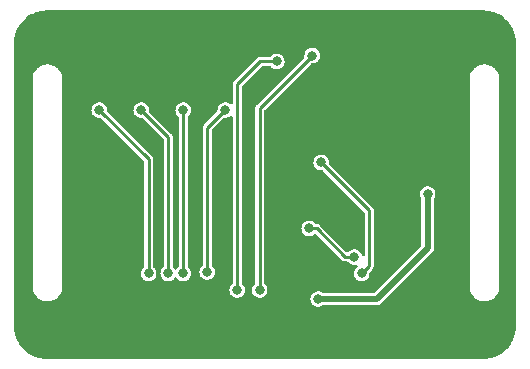
<source format=gbr>
%TF.GenerationSoftware,KiCad,Pcbnew,6.0.2-378541a8eb~116~ubuntu20.04.1*%
%TF.CreationDate,2022-03-15T11:55:05+02:00*%
%TF.ProjectId,ActionPCB,41637469-6f6e-4504-9342-2e6b69636164,rev?*%
%TF.SameCoordinates,Original*%
%TF.FileFunction,Copper,L2,Bot*%
%TF.FilePolarity,Positive*%
%FSLAX46Y46*%
G04 Gerber Fmt 4.6, Leading zero omitted, Abs format (unit mm)*
G04 Created by KiCad (PCBNEW 6.0.2-378541a8eb~116~ubuntu20.04.1) date 2022-03-15 11:55:05*
%MOMM*%
%LPD*%
G01*
G04 APERTURE LIST*
%TA.AperFunction,ViaPad*%
%ADD10C,0.800000*%
%TD*%
%TA.AperFunction,Conductor*%
%ADD11C,0.550000*%
%TD*%
%TA.AperFunction,Conductor*%
%ADD12C,0.250000*%
%TD*%
G04 APERTURE END LIST*
D10*
%TO.N,GND*%
X132000000Y-48000000D03*
X131500000Y-39500000D03*
X132000000Y-47000000D03*
%TO.N,+3V3*%
X127510000Y-58607000D03*
X136781000Y-49717000D03*
%TO.N,/AD0*%
X130558000Y-55051000D03*
X126748000Y-52638000D03*
%TO.N,Net-(JP1-Pad2)*%
X131193000Y-56448000D03*
X127764000Y-47050000D03*
%TO.N,/CH1*%
X118112000Y-56321000D03*
X119636000Y-42605000D03*
%TO.N,/CH2*%
X116080000Y-56448000D03*
X116080000Y-42605000D03*
%TO.N,/CH3*%
X114810000Y-56448000D03*
X112524000Y-42605000D03*
%TO.N,/CH4*%
X108968000Y-42605000D03*
X113159000Y-56448000D03*
%TO.N,/SCL*%
X122557000Y-57845000D03*
X127000000Y-38000000D03*
%TO.N,/SDA*%
X124000000Y-38500000D03*
X120652000Y-57845000D03*
%TD*%
D11*
%TO.N,+3V3*%
X136781000Y-54289000D02*
X132463000Y-58607000D01*
X132463000Y-58607000D02*
X127510000Y-58607000D01*
X136781000Y-49717000D02*
X136781000Y-54289000D01*
D12*
%TO.N,/AD0*%
X129796000Y-55051000D02*
X130558000Y-55051000D01*
X126748000Y-52638000D02*
X127383000Y-52638000D01*
X127383000Y-52638000D02*
X129796000Y-55051000D01*
%TO.N,Net-(JP1-Pad2)*%
X131828000Y-51114000D02*
X131828000Y-55813000D01*
X131828000Y-55813000D02*
X131193000Y-56448000D01*
X127764000Y-47050000D02*
X131828000Y-51114000D01*
%TO.N,/CH1*%
X118112000Y-44129000D02*
X118112000Y-56321000D01*
X119636000Y-42605000D02*
X118112000Y-44129000D01*
%TO.N,/CH2*%
X116080000Y-42605000D02*
X116080000Y-56448000D01*
%TO.N,/CH3*%
X114810000Y-44891000D02*
X114810000Y-56448000D01*
X112524000Y-42605000D02*
X114810000Y-44891000D01*
%TO.N,/CH4*%
X108968000Y-42605000D02*
X113159000Y-46796000D01*
X113159000Y-46796000D02*
X113159000Y-56448000D01*
%TO.N,/SCL*%
X127000000Y-38035000D02*
X122557000Y-42478000D01*
X122557000Y-42478000D02*
X122557000Y-57845000D01*
X127000000Y-38000000D02*
X127000000Y-38035000D01*
%TO.N,/SDA*%
X124000000Y-38500000D02*
X122598000Y-38500000D01*
X120652000Y-40446000D02*
X120652000Y-57845000D01*
X122598000Y-38500000D02*
X120652000Y-40446000D01*
%TD*%
%TA.AperFunction,Conductor*%
%TO.N,GND*%
G36*
X141497153Y-34176421D02*
G01*
X141510000Y-34178976D01*
X141522170Y-34176556D01*
X141534581Y-34176556D01*
X141534581Y-34176757D01*
X141545469Y-34175992D01*
X141810393Y-34190870D01*
X141824425Y-34192450D01*
X141969248Y-34217057D01*
X142114066Y-34241663D01*
X142127841Y-34244807D01*
X142214600Y-34269802D01*
X142410156Y-34326141D01*
X142423477Y-34330802D01*
X142694912Y-34443234D01*
X142707635Y-34449361D01*
X142796523Y-34498488D01*
X142964768Y-34591474D01*
X142976731Y-34598991D01*
X143216329Y-34768994D01*
X143227377Y-34777804D01*
X143446439Y-34973570D01*
X143456430Y-34983561D01*
X143652196Y-35202623D01*
X143661006Y-35213671D01*
X143831009Y-35453269D01*
X143838526Y-35465232D01*
X143980637Y-35722361D01*
X143986766Y-35735088D01*
X144099198Y-36006523D01*
X144103859Y-36019844D01*
X144160198Y-36215400D01*
X144185193Y-36302159D01*
X144188337Y-36315934D01*
X144237549Y-36605570D01*
X144239131Y-36619611D01*
X144254008Y-36884528D01*
X144253243Y-36895419D01*
X144253444Y-36895419D01*
X144253444Y-36907830D01*
X144251024Y-36920000D01*
X144253579Y-36932844D01*
X144256000Y-36957425D01*
X144256000Y-60882575D01*
X144253579Y-60907153D01*
X144251024Y-60920000D01*
X144253444Y-60932170D01*
X144253444Y-60944581D01*
X144253243Y-60944581D01*
X144254008Y-60955472D01*
X144239131Y-61220389D01*
X144237549Y-61234430D01*
X144188337Y-61524066D01*
X144185193Y-61537841D01*
X144103859Y-61820156D01*
X144099198Y-61833477D01*
X143986768Y-62104908D01*
X143980637Y-62117639D01*
X143838526Y-62374768D01*
X143831009Y-62386731D01*
X143661006Y-62626329D01*
X143652196Y-62637377D01*
X143456430Y-62856439D01*
X143446439Y-62866430D01*
X143227377Y-63062196D01*
X143216329Y-63071006D01*
X142976731Y-63241009D01*
X142964768Y-63248526D01*
X142707635Y-63390639D01*
X142694912Y-63396766D01*
X142423477Y-63509198D01*
X142410156Y-63513859D01*
X142214600Y-63570198D01*
X142127841Y-63595193D01*
X142114066Y-63598337D01*
X141969248Y-63622943D01*
X141824425Y-63647550D01*
X141810393Y-63649130D01*
X141545469Y-63664008D01*
X141534581Y-63663243D01*
X141534581Y-63663444D01*
X141522170Y-63663444D01*
X141510000Y-63661024D01*
X141497153Y-63663579D01*
X141472575Y-63666000D01*
X104547425Y-63666000D01*
X104522847Y-63663579D01*
X104510000Y-63661024D01*
X104497830Y-63663444D01*
X104485419Y-63663444D01*
X104485419Y-63663243D01*
X104474531Y-63664008D01*
X104209607Y-63649130D01*
X104195575Y-63647550D01*
X104050752Y-63622943D01*
X103905934Y-63598337D01*
X103892159Y-63595193D01*
X103805400Y-63570198D01*
X103609844Y-63513859D01*
X103596523Y-63509198D01*
X103325088Y-63396766D01*
X103312365Y-63390639D01*
X103055232Y-63248526D01*
X103043269Y-63241009D01*
X102803671Y-63071006D01*
X102792623Y-63062196D01*
X102573561Y-62866430D01*
X102563570Y-62856439D01*
X102367804Y-62637377D01*
X102358994Y-62626329D01*
X102188991Y-62386731D01*
X102181474Y-62374768D01*
X102039363Y-62117639D01*
X102033232Y-62104908D01*
X101920802Y-61833477D01*
X101916141Y-61820156D01*
X101834807Y-61537841D01*
X101831663Y-61524066D01*
X101782451Y-61234430D01*
X101780869Y-61220389D01*
X101765992Y-60955472D01*
X101766757Y-60944581D01*
X101766556Y-60944581D01*
X101766556Y-60932170D01*
X101768976Y-60920000D01*
X101766421Y-60907153D01*
X101764000Y-60882575D01*
X101764000Y-57512480D01*
X103325743Y-57512480D01*
X103326813Y-57518398D01*
X103340310Y-57722181D01*
X103388899Y-57926634D01*
X103390952Y-57931483D01*
X103390954Y-57931489D01*
X103452774Y-58077500D01*
X103470833Y-58120152D01*
X103583827Y-58297337D01*
X103587361Y-58301247D01*
X103709103Y-58435957D01*
X103724730Y-58453249D01*
X103779185Y-58496279D01*
X103885473Y-58580268D01*
X103885476Y-58580270D01*
X103889613Y-58583539D01*
X103894241Y-58586076D01*
X103894240Y-58586076D01*
X104069255Y-58682041D01*
X104069259Y-58682043D01*
X104073879Y-58684576D01*
X104078857Y-58686305D01*
X104078856Y-58686305D01*
X104267416Y-58751814D01*
X104267420Y-58751815D01*
X104272388Y-58753541D01*
X104374343Y-58770747D01*
X104474407Y-58787634D01*
X104474411Y-58787634D01*
X104479606Y-58788511D01*
X104689754Y-58788511D01*
X104694949Y-58787634D01*
X104694953Y-58787634D01*
X104795017Y-58770747D01*
X104896972Y-58753541D01*
X104901940Y-58751815D01*
X104901944Y-58751814D01*
X105090504Y-58686305D01*
X105090503Y-58686305D01*
X105095481Y-58684576D01*
X105100101Y-58682043D01*
X105100105Y-58682041D01*
X105249551Y-58600096D01*
X126850729Y-58600096D01*
X126868113Y-58757553D01*
X126922553Y-58906319D01*
X126926789Y-58912622D01*
X126926789Y-58912623D01*
X126946766Y-58942351D01*
X127010908Y-59037805D01*
X127016527Y-59042918D01*
X127016528Y-59042919D01*
X127089350Y-59109181D01*
X127128076Y-59144419D01*
X127267293Y-59220008D01*
X127420522Y-59260207D01*
X127504477Y-59261526D01*
X127571319Y-59262576D01*
X127571322Y-59262576D01*
X127578916Y-59262695D01*
X127733332Y-59227329D01*
X127804093Y-59191740D01*
X127868070Y-59159564D01*
X127868073Y-59159562D01*
X127873529Y-59156818D01*
X127873532Y-59156817D01*
X127874855Y-59156151D01*
X127874971Y-59156382D01*
X127940825Y-59136500D01*
X132448493Y-59136500D01*
X132453770Y-59136611D01*
X132513299Y-59139106D01*
X132553826Y-59129600D01*
X132565500Y-59127437D01*
X132598220Y-59122955D01*
X132606732Y-59121789D01*
X132614615Y-59118377D01*
X132614617Y-59118377D01*
X132619605Y-59116218D01*
X132640872Y-59109184D01*
X132654540Y-59105978D01*
X132662063Y-59101842D01*
X132662066Y-59101841D01*
X132691018Y-59085924D01*
X132701678Y-59080702D01*
X132731994Y-59067583D01*
X132739874Y-59064173D01*
X132750780Y-59055341D01*
X132769367Y-59042852D01*
X132775883Y-59039270D01*
X132775890Y-59039265D01*
X132781669Y-59036088D01*
X132789483Y-59029344D01*
X132812904Y-59005923D01*
X132822694Y-58997107D01*
X132852618Y-58972875D01*
X132857594Y-58965873D01*
X132857596Y-58965871D01*
X132862865Y-58958457D01*
X132876476Y-58942351D01*
X134306347Y-57512480D01*
X140325743Y-57512480D01*
X140326813Y-57518398D01*
X140340310Y-57722181D01*
X140388899Y-57926634D01*
X140390952Y-57931483D01*
X140390954Y-57931489D01*
X140452774Y-58077500D01*
X140470833Y-58120152D01*
X140583827Y-58297337D01*
X140587361Y-58301247D01*
X140709103Y-58435957D01*
X140724730Y-58453249D01*
X140779185Y-58496279D01*
X140885473Y-58580268D01*
X140885476Y-58580270D01*
X140889613Y-58583539D01*
X140894241Y-58586076D01*
X140894240Y-58586076D01*
X141069255Y-58682041D01*
X141069259Y-58682043D01*
X141073879Y-58684576D01*
X141078857Y-58686305D01*
X141078856Y-58686305D01*
X141267416Y-58751814D01*
X141267420Y-58751815D01*
X141272388Y-58753541D01*
X141374343Y-58770747D01*
X141474407Y-58787634D01*
X141474411Y-58787634D01*
X141479606Y-58788511D01*
X141689754Y-58788511D01*
X141694949Y-58787634D01*
X141694953Y-58787634D01*
X141795017Y-58770747D01*
X141896972Y-58753541D01*
X141901940Y-58751815D01*
X141901944Y-58751814D01*
X142090504Y-58686305D01*
X142090503Y-58686305D01*
X142095481Y-58684576D01*
X142100101Y-58682043D01*
X142100105Y-58682041D01*
X142275120Y-58586076D01*
X142275119Y-58586076D01*
X142279747Y-58583539D01*
X142283884Y-58580270D01*
X142283887Y-58580268D01*
X142390175Y-58496279D01*
X142444630Y-58453249D01*
X142460258Y-58435957D01*
X142581999Y-58301247D01*
X142585533Y-58297337D01*
X142698527Y-58120152D01*
X142716586Y-58077500D01*
X142778406Y-57931489D01*
X142778408Y-57931483D01*
X142780461Y-57926634D01*
X142829050Y-57722181D01*
X142842547Y-57518398D01*
X142843617Y-57512480D01*
X142840984Y-57500351D01*
X142840928Y-57497169D01*
X142838680Y-57476221D01*
X142838680Y-40057779D01*
X142840928Y-40036831D01*
X142840984Y-40033649D01*
X142843617Y-40021520D01*
X142842547Y-40015602D01*
X142829050Y-39811819D01*
X142780461Y-39607366D01*
X142778408Y-39602517D01*
X142778406Y-39602511D01*
X142700581Y-39418699D01*
X142700580Y-39418698D01*
X142698527Y-39413848D01*
X142585533Y-39236663D01*
X142477314Y-39116916D01*
X142448164Y-39084661D01*
X142448161Y-39084659D01*
X142444630Y-39080751D01*
X142381045Y-39030506D01*
X142283887Y-38953732D01*
X142283884Y-38953730D01*
X142279747Y-38950461D01*
X142229973Y-38923169D01*
X142100105Y-38851959D01*
X142100101Y-38851957D01*
X142095481Y-38849424D01*
X142003948Y-38817624D01*
X141901944Y-38782186D01*
X141901940Y-38782185D01*
X141896972Y-38780459D01*
X141795017Y-38763253D01*
X141694953Y-38746366D01*
X141694949Y-38746366D01*
X141689754Y-38745489D01*
X141479606Y-38745489D01*
X141474411Y-38746366D01*
X141474407Y-38746366D01*
X141374343Y-38763253D01*
X141272388Y-38780459D01*
X141267420Y-38782185D01*
X141267416Y-38782186D01*
X141165412Y-38817624D01*
X141073879Y-38849424D01*
X141069259Y-38851957D01*
X141069255Y-38851959D01*
X140939387Y-38923169D01*
X140889613Y-38950461D01*
X140885476Y-38953730D01*
X140885473Y-38953732D01*
X140788315Y-39030506D01*
X140724730Y-39080751D01*
X140721199Y-39084659D01*
X140721196Y-39084661D01*
X140692046Y-39116916D01*
X140583827Y-39236663D01*
X140470833Y-39413848D01*
X140468780Y-39418698D01*
X140468779Y-39418699D01*
X140390954Y-39602511D01*
X140390952Y-39602517D01*
X140388899Y-39607366D01*
X140340310Y-39811819D01*
X140326813Y-40015602D01*
X140325743Y-40021520D01*
X140328376Y-40033649D01*
X140328432Y-40036831D01*
X140330680Y-40057779D01*
X140330680Y-57476221D01*
X140328432Y-57497169D01*
X140328376Y-57500351D01*
X140325743Y-57512480D01*
X134306347Y-57512480D01*
X137145136Y-54673690D01*
X137148945Y-54670037D01*
X137186499Y-54635504D01*
X137186501Y-54635501D01*
X137192822Y-54629689D01*
X137205131Y-54609838D01*
X137214758Y-54594311D01*
X137221482Y-54584528D01*
X137241452Y-54558218D01*
X137246645Y-54551377D01*
X137249805Y-54543395D01*
X137249808Y-54543390D01*
X137251812Y-54538328D01*
X137261873Y-54518324D01*
X137264740Y-54513699D01*
X137264741Y-54513696D01*
X137269270Y-54506392D01*
X137280882Y-54466422D01*
X137284727Y-54455192D01*
X137296886Y-54424481D01*
X137296887Y-54424478D01*
X137300049Y-54416491D01*
X137301516Y-54402534D01*
X137305829Y-54380554D01*
X137307902Y-54373419D01*
X137307902Y-54373417D01*
X137309744Y-54367078D01*
X137310500Y-54356784D01*
X137310500Y-54323666D01*
X137311190Y-54310495D01*
X137314316Y-54280755D01*
X137315214Y-54272211D01*
X137312265Y-54254776D01*
X137310500Y-54233763D01*
X137310500Y-50142354D01*
X137334177Y-50068828D01*
X137354324Y-50040790D01*
X137358755Y-50034624D01*
X137417842Y-49887641D01*
X137440162Y-49730807D01*
X137440307Y-49717000D01*
X137421276Y-49559733D01*
X137365280Y-49411546D01*
X137275553Y-49280992D01*
X137157275Y-49175611D01*
X137149889Y-49171700D01*
X137023988Y-49105039D01*
X137023989Y-49105039D01*
X137017274Y-49101484D01*
X136863633Y-49062892D01*
X136856034Y-49062852D01*
X136856033Y-49062852D01*
X136790181Y-49062507D01*
X136705221Y-49062062D01*
X136697841Y-49063834D01*
X136697839Y-49063834D01*
X136558563Y-49097271D01*
X136558560Y-49097272D01*
X136551184Y-49099043D01*
X136410414Y-49171700D01*
X136291039Y-49275838D01*
X136199950Y-49405444D01*
X136142406Y-49553037D01*
X136121729Y-49710096D01*
X136139113Y-49867553D01*
X136193553Y-50016319D01*
X136197790Y-50022625D01*
X136197792Y-50022628D01*
X136230081Y-50070678D01*
X136251500Y-50140954D01*
X136251500Y-54017484D01*
X136231498Y-54085605D01*
X136214595Y-54106579D01*
X132280579Y-58040595D01*
X132218267Y-58074621D01*
X132191484Y-58077500D01*
X127940027Y-58077500D01*
X127881068Y-58062854D01*
X127752988Y-57995039D01*
X127752989Y-57995039D01*
X127746274Y-57991484D01*
X127592633Y-57952892D01*
X127585034Y-57952852D01*
X127585033Y-57952852D01*
X127519181Y-57952507D01*
X127434221Y-57952062D01*
X127426841Y-57953834D01*
X127426839Y-57953834D01*
X127287563Y-57987271D01*
X127287560Y-57987272D01*
X127280184Y-57989043D01*
X127139414Y-58061700D01*
X127020039Y-58165838D01*
X126928950Y-58295444D01*
X126926190Y-58302524D01*
X126889136Y-58397563D01*
X126871406Y-58443037D01*
X126870414Y-58450570D01*
X126870414Y-58450571D01*
X126852575Y-58586076D01*
X126850729Y-58600096D01*
X105249551Y-58600096D01*
X105275120Y-58586076D01*
X105275119Y-58586076D01*
X105279747Y-58583539D01*
X105283884Y-58580270D01*
X105283887Y-58580268D01*
X105390175Y-58496279D01*
X105444630Y-58453249D01*
X105460258Y-58435957D01*
X105581999Y-58301247D01*
X105585533Y-58297337D01*
X105698527Y-58120152D01*
X105716586Y-58077500D01*
X105778406Y-57931489D01*
X105778408Y-57931483D01*
X105780461Y-57926634D01*
X105829050Y-57722181D01*
X105842547Y-57518398D01*
X105843617Y-57512480D01*
X105840984Y-57500351D01*
X105840928Y-57497169D01*
X105838680Y-57476221D01*
X105838680Y-42598096D01*
X108308729Y-42598096D01*
X108311467Y-42622892D01*
X108321518Y-42713930D01*
X108326113Y-42755553D01*
X108380553Y-42904319D01*
X108468908Y-43035805D01*
X108474527Y-43040918D01*
X108474528Y-43040919D01*
X108485903Y-43051269D01*
X108586076Y-43142419D01*
X108725293Y-43218008D01*
X108878522Y-43258207D01*
X108975138Y-43259725D01*
X109036772Y-43260693D01*
X109104570Y-43281762D01*
X109123888Y-43297582D01*
X112742595Y-46916289D01*
X112776621Y-46978601D01*
X112779500Y-47005384D01*
X112779500Y-55853187D01*
X112759498Y-55921308D01*
X112736330Y-55948135D01*
X112669039Y-56006838D01*
X112577950Y-56136444D01*
X112566984Y-56164571D01*
X112523626Y-56275779D01*
X112520406Y-56284037D01*
X112519414Y-56291570D01*
X112519414Y-56291571D01*
X112513220Y-56338623D01*
X112499729Y-56441096D01*
X112517113Y-56598553D01*
X112519723Y-56605684D01*
X112519723Y-56605686D01*
X112531777Y-56638624D01*
X112571553Y-56747319D01*
X112575789Y-56753622D01*
X112575789Y-56753623D01*
X112596866Y-56784988D01*
X112659908Y-56878805D01*
X112665527Y-56883918D01*
X112665528Y-56883919D01*
X112767488Y-56976695D01*
X112777076Y-56985419D01*
X112916293Y-57061008D01*
X113069522Y-57101207D01*
X113153477Y-57102526D01*
X113220319Y-57103576D01*
X113220322Y-57103576D01*
X113227916Y-57103695D01*
X113382332Y-57068329D01*
X113452742Y-57032917D01*
X113517072Y-57000563D01*
X113517075Y-57000561D01*
X113523855Y-56997151D01*
X113529626Y-56992222D01*
X113529629Y-56992220D01*
X113638536Y-56899204D01*
X113638536Y-56899203D01*
X113644314Y-56894269D01*
X113736755Y-56765624D01*
X113795842Y-56618641D01*
X113818162Y-56461807D01*
X113818307Y-56448000D01*
X113799276Y-56290733D01*
X113743280Y-56142546D01*
X113704219Y-56085712D01*
X113657855Y-56018251D01*
X113657854Y-56018249D01*
X113653553Y-56011992D01*
X113643717Y-56003228D01*
X113580681Y-55947066D01*
X113543126Y-55886816D01*
X113538500Y-55852989D01*
X113538500Y-46849920D01*
X113541049Y-46825972D01*
X113541128Y-46824307D01*
X113543320Y-46814124D01*
X113539373Y-46780777D01*
X113539023Y-46774846D01*
X113538928Y-46774854D01*
X113538500Y-46769676D01*
X113538500Y-46764476D01*
X113536365Y-46751649D01*
X113535331Y-46745435D01*
X113534494Y-46739557D01*
X113529694Y-46698999D01*
X113529694Y-46698998D01*
X113528470Y-46688659D01*
X113524507Y-46680407D01*
X113523004Y-46671374D01*
X113498665Y-46626266D01*
X113495969Y-46620975D01*
X113477215Y-46581918D01*
X113477212Y-46581914D01*
X113473781Y-46574768D01*
X113470186Y-46570492D01*
X113468263Y-46568569D01*
X113466491Y-46566637D01*
X113466448Y-46566558D01*
X113466572Y-46566445D01*
X113466096Y-46565905D01*
X113463010Y-46560186D01*
X113423413Y-46523583D01*
X113419848Y-46520154D01*
X109658143Y-42758449D01*
X109624117Y-42696137D01*
X109622495Y-42651601D01*
X109626581Y-42622892D01*
X109626581Y-42622886D01*
X109627162Y-42618807D01*
X109627307Y-42605000D01*
X109626472Y-42598096D01*
X111864729Y-42598096D01*
X111867467Y-42622892D01*
X111877518Y-42713930D01*
X111882113Y-42755553D01*
X111936553Y-42904319D01*
X112024908Y-43035805D01*
X112030527Y-43040918D01*
X112030528Y-43040919D01*
X112041903Y-43051269D01*
X112142076Y-43142419D01*
X112281293Y-43218008D01*
X112434522Y-43258207D01*
X112531138Y-43259725D01*
X112592772Y-43260693D01*
X112660570Y-43281762D01*
X112679888Y-43297582D01*
X114393595Y-45011289D01*
X114427621Y-45073601D01*
X114430500Y-45100384D01*
X114430500Y-55853187D01*
X114410498Y-55921308D01*
X114387330Y-55948135D01*
X114320039Y-56006838D01*
X114228950Y-56136444D01*
X114217984Y-56164571D01*
X114174626Y-56275779D01*
X114171406Y-56284037D01*
X114170414Y-56291570D01*
X114170414Y-56291571D01*
X114164220Y-56338623D01*
X114150729Y-56441096D01*
X114168113Y-56598553D01*
X114170723Y-56605684D01*
X114170723Y-56605686D01*
X114182777Y-56638624D01*
X114222553Y-56747319D01*
X114226789Y-56753622D01*
X114226789Y-56753623D01*
X114247866Y-56784988D01*
X114310908Y-56878805D01*
X114316527Y-56883918D01*
X114316528Y-56883919D01*
X114418488Y-56976695D01*
X114428076Y-56985419D01*
X114567293Y-57061008D01*
X114720522Y-57101207D01*
X114804477Y-57102526D01*
X114871319Y-57103576D01*
X114871322Y-57103576D01*
X114878916Y-57103695D01*
X115033332Y-57068329D01*
X115103742Y-57032917D01*
X115168072Y-57000563D01*
X115168075Y-57000561D01*
X115174855Y-56997151D01*
X115180626Y-56992222D01*
X115180629Y-56992220D01*
X115289536Y-56899204D01*
X115289536Y-56899203D01*
X115295314Y-56894269D01*
X115342478Y-56828634D01*
X115398470Y-56784988D01*
X115469173Y-56778542D01*
X115532138Y-56811345D01*
X115549380Y-56831887D01*
X115576668Y-56872497D01*
X115576671Y-56872500D01*
X115580908Y-56878805D01*
X115586527Y-56883918D01*
X115586528Y-56883919D01*
X115688488Y-56976695D01*
X115698076Y-56985419D01*
X115837293Y-57061008D01*
X115990522Y-57101207D01*
X116074477Y-57102526D01*
X116141319Y-57103576D01*
X116141322Y-57103576D01*
X116148916Y-57103695D01*
X116303332Y-57068329D01*
X116373742Y-57032917D01*
X116438072Y-57000563D01*
X116438075Y-57000561D01*
X116444855Y-56997151D01*
X116450626Y-56992222D01*
X116450629Y-56992220D01*
X116559536Y-56899204D01*
X116559536Y-56899203D01*
X116565314Y-56894269D01*
X116657755Y-56765624D01*
X116716842Y-56618641D01*
X116739162Y-56461807D01*
X116739307Y-56448000D01*
X116723103Y-56314096D01*
X117452729Y-56314096D01*
X117461421Y-56392824D01*
X117468582Y-56457682D01*
X117470113Y-56471553D01*
X117472723Y-56478684D01*
X117472723Y-56478686D01*
X117521185Y-56611115D01*
X117524553Y-56620319D01*
X117528789Y-56626622D01*
X117528789Y-56626623D01*
X117605100Y-56740185D01*
X117612908Y-56751805D01*
X117618527Y-56756918D01*
X117618528Y-56756919D01*
X117724460Y-56853309D01*
X117730076Y-56858419D01*
X117869293Y-56934008D01*
X118022522Y-56974207D01*
X118106477Y-56975526D01*
X118173319Y-56976576D01*
X118173322Y-56976576D01*
X118180916Y-56976695D01*
X118335332Y-56941329D01*
X118419089Y-56899204D01*
X118470072Y-56873563D01*
X118470075Y-56873561D01*
X118476855Y-56870151D01*
X118482626Y-56865222D01*
X118482629Y-56865220D01*
X118591536Y-56772204D01*
X118591536Y-56772203D01*
X118597314Y-56767269D01*
X118689755Y-56638624D01*
X118748842Y-56491641D01*
X118757107Y-56433565D01*
X118770581Y-56338891D01*
X118770581Y-56338888D01*
X118771162Y-56334807D01*
X118771307Y-56321000D01*
X118752276Y-56163733D01*
X118696280Y-56015546D01*
X118637693Y-55930301D01*
X118610855Y-55891251D01*
X118610854Y-55891249D01*
X118606553Y-55884992D01*
X118533681Y-55820065D01*
X118496126Y-55759816D01*
X118491500Y-55725989D01*
X118491500Y-44338384D01*
X118511502Y-44270263D01*
X118528401Y-44249293D01*
X119482181Y-43295514D01*
X119544491Y-43261490D01*
X119573253Y-43258627D01*
X119697318Y-43260576D01*
X119697321Y-43260576D01*
X119704916Y-43260695D01*
X119859332Y-43225329D01*
X119929742Y-43189917D01*
X119994072Y-43157563D01*
X119994075Y-43157561D01*
X120000855Y-43154151D01*
X120006628Y-43149220D01*
X120006633Y-43149217D01*
X120064670Y-43099649D01*
X120129460Y-43070618D01*
X120199660Y-43081223D01*
X120252982Y-43128098D01*
X120272500Y-43195460D01*
X120272500Y-57250187D01*
X120252498Y-57318308D01*
X120229330Y-57345135D01*
X120162039Y-57403838D01*
X120070950Y-57533444D01*
X120013406Y-57681037D01*
X119992729Y-57838096D01*
X120001421Y-57916825D01*
X120009199Y-57987271D01*
X120010113Y-57995553D01*
X120012723Y-58002684D01*
X120012723Y-58002686D01*
X120042798Y-58084869D01*
X120064553Y-58144319D01*
X120152908Y-58275805D01*
X120158527Y-58280918D01*
X120158528Y-58280919D01*
X120182272Y-58302524D01*
X120270076Y-58382419D01*
X120409293Y-58458008D01*
X120562522Y-58498207D01*
X120646477Y-58499526D01*
X120713319Y-58500576D01*
X120713322Y-58500576D01*
X120720916Y-58500695D01*
X120875332Y-58465329D01*
X120945742Y-58429917D01*
X121010072Y-58397563D01*
X121010075Y-58397561D01*
X121016855Y-58394151D01*
X121022626Y-58389222D01*
X121022629Y-58389220D01*
X121131536Y-58296204D01*
X121131536Y-58296203D01*
X121137314Y-58291269D01*
X121229755Y-58162624D01*
X121288842Y-58015641D01*
X121311162Y-57858807D01*
X121311307Y-57845000D01*
X121310472Y-57838096D01*
X121897729Y-57838096D01*
X121906421Y-57916825D01*
X121914199Y-57987271D01*
X121915113Y-57995553D01*
X121917723Y-58002684D01*
X121917723Y-58002686D01*
X121947798Y-58084869D01*
X121969553Y-58144319D01*
X122057908Y-58275805D01*
X122063527Y-58280918D01*
X122063528Y-58280919D01*
X122087272Y-58302524D01*
X122175076Y-58382419D01*
X122314293Y-58458008D01*
X122467522Y-58498207D01*
X122551477Y-58499526D01*
X122618319Y-58500576D01*
X122618322Y-58500576D01*
X122625916Y-58500695D01*
X122780332Y-58465329D01*
X122850742Y-58429917D01*
X122915072Y-58397563D01*
X122915075Y-58397561D01*
X122921855Y-58394151D01*
X122927626Y-58389222D01*
X122927629Y-58389220D01*
X123036536Y-58296204D01*
X123036536Y-58296203D01*
X123042314Y-58291269D01*
X123134755Y-58162624D01*
X123193842Y-58015641D01*
X123216162Y-57858807D01*
X123216307Y-57845000D01*
X123197276Y-57687733D01*
X123141280Y-57539546D01*
X123051553Y-57408992D01*
X122978681Y-57344065D01*
X122941126Y-57283816D01*
X122936500Y-57249989D01*
X122936500Y-52631096D01*
X126088729Y-52631096D01*
X126106113Y-52788553D01*
X126160553Y-52937319D01*
X126248908Y-53068805D01*
X126254527Y-53073918D01*
X126254528Y-53073919D01*
X126326414Y-53139330D01*
X126366076Y-53175419D01*
X126505293Y-53251008D01*
X126658522Y-53291207D01*
X126742477Y-53292526D01*
X126809319Y-53293576D01*
X126809322Y-53293576D01*
X126816916Y-53293695D01*
X126971332Y-53258329D01*
X127041742Y-53222917D01*
X127106072Y-53190563D01*
X127106075Y-53190561D01*
X127112855Y-53187151D01*
X127118628Y-53182220D01*
X127118633Y-53182217D01*
X127176711Y-53132614D01*
X127241501Y-53103583D01*
X127311701Y-53114188D01*
X127347636Y-53139330D01*
X129489522Y-55281216D01*
X129504664Y-55299964D01*
X129505779Y-55301189D01*
X129511429Y-55309940D01*
X129519607Y-55316387D01*
X129519609Y-55316389D01*
X129537800Y-55330729D01*
X129542244Y-55334678D01*
X129542306Y-55334604D01*
X129546263Y-55337957D01*
X129549944Y-55341638D01*
X129565654Y-55352865D01*
X129570380Y-55356413D01*
X129610647Y-55388156D01*
X129619284Y-55391189D01*
X129626734Y-55396513D01*
X129636710Y-55399497D01*
X129636711Y-55399497D01*
X129652046Y-55404083D01*
X129675849Y-55411202D01*
X129681486Y-55413034D01*
X129722367Y-55427390D01*
X129729851Y-55430018D01*
X129735416Y-55430500D01*
X129738124Y-55430500D01*
X129740758Y-55430614D01*
X129740856Y-55430643D01*
X129740849Y-55430807D01*
X129741553Y-55430851D01*
X129747778Y-55432713D01*
X129801635Y-55430597D01*
X129806582Y-55430500D01*
X129958141Y-55430500D01*
X130026262Y-55450502D01*
X130053522Y-55474169D01*
X130054672Y-55475501D01*
X130058908Y-55481805D01*
X130176076Y-55588419D01*
X130315293Y-55664008D01*
X130468522Y-55704207D01*
X130552477Y-55705526D01*
X130619319Y-55706576D01*
X130619322Y-55706576D01*
X130626916Y-55706695D01*
X130707721Y-55688188D01*
X130778587Y-55692477D01*
X130835885Y-55734399D01*
X130861423Y-55800643D01*
X130847092Y-55870179D01*
X130818680Y-55905957D01*
X130787502Y-55933156D01*
X130703039Y-56006838D01*
X130611950Y-56136444D01*
X130600984Y-56164571D01*
X130557626Y-56275779D01*
X130554406Y-56284037D01*
X130553414Y-56291570D01*
X130553414Y-56291571D01*
X130547220Y-56338623D01*
X130533729Y-56441096D01*
X130551113Y-56598553D01*
X130553723Y-56605684D01*
X130553723Y-56605686D01*
X130565777Y-56638624D01*
X130605553Y-56747319D01*
X130609789Y-56753622D01*
X130609789Y-56753623D01*
X130630866Y-56784988D01*
X130693908Y-56878805D01*
X130699527Y-56883918D01*
X130699528Y-56883919D01*
X130801488Y-56976695D01*
X130811076Y-56985419D01*
X130950293Y-57061008D01*
X131103522Y-57101207D01*
X131187477Y-57102526D01*
X131254319Y-57103576D01*
X131254322Y-57103576D01*
X131261916Y-57103695D01*
X131416332Y-57068329D01*
X131486742Y-57032917D01*
X131551072Y-57000563D01*
X131551075Y-57000561D01*
X131557855Y-56997151D01*
X131563626Y-56992222D01*
X131563629Y-56992220D01*
X131672536Y-56899204D01*
X131672536Y-56899203D01*
X131678314Y-56894269D01*
X131770755Y-56765624D01*
X131829842Y-56618641D01*
X131852162Y-56461807D01*
X131852307Y-56448000D01*
X131846437Y-56399496D01*
X131858109Y-56329468D01*
X131882429Y-56295265D01*
X132058216Y-56119478D01*
X132076964Y-56104336D01*
X132078189Y-56103221D01*
X132086940Y-56097571D01*
X132093387Y-56089393D01*
X132093389Y-56089391D01*
X132107729Y-56071200D01*
X132111675Y-56066759D01*
X132111602Y-56066697D01*
X132114961Y-56062733D01*
X132118638Y-56059056D01*
X132129892Y-56043308D01*
X132133398Y-56038638D01*
X132165156Y-55998353D01*
X132168188Y-55989719D01*
X132173514Y-55982266D01*
X132188203Y-55933150D01*
X132190036Y-55927508D01*
X132204390Y-55886633D01*
X132204390Y-55886632D01*
X132207018Y-55879149D01*
X132207500Y-55873584D01*
X132207500Y-55870876D01*
X132207614Y-55868242D01*
X132207643Y-55868144D01*
X132207807Y-55868151D01*
X132207851Y-55867447D01*
X132209713Y-55861222D01*
X132207596Y-55807333D01*
X132207500Y-55802418D01*
X132207500Y-51167920D01*
X132210049Y-51143972D01*
X132210128Y-51142307D01*
X132212320Y-51132124D01*
X132208373Y-51098777D01*
X132208023Y-51092846D01*
X132207928Y-51092854D01*
X132207500Y-51087676D01*
X132207500Y-51082476D01*
X132206646Y-51077344D01*
X132204331Y-51063435D01*
X132203494Y-51057557D01*
X132198694Y-51016999D01*
X132198694Y-51016998D01*
X132197470Y-51006659D01*
X132193507Y-50998407D01*
X132192004Y-50989374D01*
X132167665Y-50944266D01*
X132164969Y-50938975D01*
X132146215Y-50899918D01*
X132146212Y-50899914D01*
X132142781Y-50892768D01*
X132139186Y-50888492D01*
X132137263Y-50886569D01*
X132135491Y-50884637D01*
X132135448Y-50884558D01*
X132135572Y-50884445D01*
X132135096Y-50883905D01*
X132132010Y-50878186D01*
X132092413Y-50841583D01*
X132088848Y-50838154D01*
X128454143Y-47203449D01*
X128420117Y-47141137D01*
X128418495Y-47096601D01*
X128422581Y-47067892D01*
X128422581Y-47067886D01*
X128423162Y-47063807D01*
X128423307Y-47050000D01*
X128404276Y-46892733D01*
X128348280Y-46744546D01*
X128304199Y-46680407D01*
X128262855Y-46620251D01*
X128262854Y-46620249D01*
X128258553Y-46613992D01*
X128140275Y-46508611D01*
X128132889Y-46504700D01*
X128006988Y-46438039D01*
X128006989Y-46438039D01*
X128000274Y-46434484D01*
X127846633Y-46395892D01*
X127839034Y-46395852D01*
X127839033Y-46395852D01*
X127773181Y-46395507D01*
X127688221Y-46395062D01*
X127680841Y-46396834D01*
X127680839Y-46396834D01*
X127541563Y-46430271D01*
X127541560Y-46430272D01*
X127534184Y-46432043D01*
X127393414Y-46504700D01*
X127274039Y-46608838D01*
X127182950Y-46738444D01*
X127125406Y-46886037D01*
X127124414Y-46893570D01*
X127124414Y-46893571D01*
X127109694Y-47005384D01*
X127104729Y-47043096D01*
X127107016Y-47063807D01*
X127117518Y-47158930D01*
X127122113Y-47200553D01*
X127176553Y-47349319D01*
X127264908Y-47480805D01*
X127382076Y-47587419D01*
X127521293Y-47663008D01*
X127674522Y-47703207D01*
X127771138Y-47704725D01*
X127832772Y-47705693D01*
X127900570Y-47726762D01*
X127919888Y-47742582D01*
X131411595Y-51234289D01*
X131445621Y-51296601D01*
X131448500Y-51323384D01*
X131448500Y-54875082D01*
X131428498Y-54943203D01*
X131374842Y-54989696D01*
X131304568Y-54999800D01*
X131239988Y-54970306D01*
X131200137Y-54905135D01*
X131199188Y-54901273D01*
X131198276Y-54893733D01*
X131142280Y-54745546D01*
X131070141Y-54640583D01*
X131056855Y-54621251D01*
X131056854Y-54621249D01*
X131052553Y-54614992D01*
X130934275Y-54509611D01*
X130926889Y-54505700D01*
X130800988Y-54439039D01*
X130800989Y-54439039D01*
X130794274Y-54435484D01*
X130640633Y-54396892D01*
X130633034Y-54396852D01*
X130633033Y-54396852D01*
X130567181Y-54396507D01*
X130482221Y-54396062D01*
X130474841Y-54397834D01*
X130474839Y-54397834D01*
X130335563Y-54431271D01*
X130335560Y-54431272D01*
X130328184Y-54433043D01*
X130187414Y-54505700D01*
X130068039Y-54609838D01*
X130067166Y-54608838D01*
X130013468Y-54641928D01*
X129942484Y-54640583D01*
X129891170Y-54609476D01*
X127689478Y-52407784D01*
X127674336Y-52389036D01*
X127673221Y-52387811D01*
X127667571Y-52379060D01*
X127659393Y-52372613D01*
X127659391Y-52372611D01*
X127641200Y-52358271D01*
X127636759Y-52354325D01*
X127636697Y-52354398D01*
X127632733Y-52351039D01*
X127629056Y-52347362D01*
X127613308Y-52336108D01*
X127608638Y-52332602D01*
X127568353Y-52300844D01*
X127559719Y-52297812D01*
X127552266Y-52292486D01*
X127503150Y-52277797D01*
X127497508Y-52275964D01*
X127456633Y-52261610D01*
X127456632Y-52261610D01*
X127449149Y-52258982D01*
X127443584Y-52258500D01*
X127440876Y-52258500D01*
X127438242Y-52258386D01*
X127438144Y-52258357D01*
X127438151Y-52258193D01*
X127437447Y-52258149D01*
X127431222Y-52256287D01*
X127377365Y-52258403D01*
X127372418Y-52258500D01*
X127347682Y-52258500D01*
X127279561Y-52238498D01*
X127253114Y-52212860D01*
X127251878Y-52213949D01*
X127246855Y-52208251D01*
X127242553Y-52201992D01*
X127124275Y-52096611D01*
X127116889Y-52092700D01*
X126990988Y-52026039D01*
X126990989Y-52026039D01*
X126984274Y-52022484D01*
X126830633Y-51983892D01*
X126823034Y-51983852D01*
X126823033Y-51983852D01*
X126757181Y-51983507D01*
X126672221Y-51983062D01*
X126664841Y-51984834D01*
X126664839Y-51984834D01*
X126525563Y-52018271D01*
X126525560Y-52018272D01*
X126518184Y-52020043D01*
X126377414Y-52092700D01*
X126258039Y-52196838D01*
X126166950Y-52326444D01*
X126109406Y-52474037D01*
X126088729Y-52631096D01*
X122936500Y-52631096D01*
X122936500Y-42687384D01*
X122956502Y-42619263D01*
X122973405Y-42598289D01*
X126880637Y-38691057D01*
X126942949Y-38657031D01*
X126971711Y-38654168D01*
X126976792Y-38654248D01*
X127061319Y-38655576D01*
X127061322Y-38655576D01*
X127068916Y-38655695D01*
X127223332Y-38620329D01*
X127293742Y-38584917D01*
X127358072Y-38552563D01*
X127358075Y-38552561D01*
X127364855Y-38549151D01*
X127370626Y-38544222D01*
X127370629Y-38544220D01*
X127479536Y-38451204D01*
X127479536Y-38451203D01*
X127485314Y-38446269D01*
X127577755Y-38317624D01*
X127636842Y-38170641D01*
X127652739Y-38058941D01*
X127658581Y-38017891D01*
X127658581Y-38017888D01*
X127659162Y-38013807D01*
X127659307Y-38000000D01*
X127640276Y-37842733D01*
X127584280Y-37694546D01*
X127494553Y-37563992D01*
X127376275Y-37458611D01*
X127368889Y-37454700D01*
X127242988Y-37388039D01*
X127242989Y-37388039D01*
X127236274Y-37384484D01*
X127082633Y-37345892D01*
X127075034Y-37345852D01*
X127075033Y-37345852D01*
X127009181Y-37345507D01*
X126924221Y-37345062D01*
X126916841Y-37346834D01*
X126916839Y-37346834D01*
X126777563Y-37380271D01*
X126777560Y-37380272D01*
X126770184Y-37382043D01*
X126629414Y-37454700D01*
X126510039Y-37558838D01*
X126418950Y-37688444D01*
X126361406Y-37836037D01*
X126360414Y-37843570D01*
X126360414Y-37843571D01*
X126344604Y-37963664D01*
X126340729Y-37993096D01*
X126344859Y-38030504D01*
X126350443Y-38081086D01*
X126338037Y-38150990D01*
X126314299Y-38184007D01*
X122326784Y-42171522D01*
X122308036Y-42186664D01*
X122306811Y-42187779D01*
X122298060Y-42193429D01*
X122291613Y-42201607D01*
X122291611Y-42201609D01*
X122277271Y-42219800D01*
X122273325Y-42224241D01*
X122273398Y-42224303D01*
X122270039Y-42228267D01*
X122266362Y-42231944D01*
X122255108Y-42247692D01*
X122251602Y-42252362D01*
X122219844Y-42292647D01*
X122216812Y-42301281D01*
X122211486Y-42308734D01*
X122208501Y-42318715D01*
X122196799Y-42357844D01*
X122194964Y-42363492D01*
X122177982Y-42411851D01*
X122177500Y-42417416D01*
X122177500Y-42420124D01*
X122177386Y-42422758D01*
X122177357Y-42422856D01*
X122177193Y-42422849D01*
X122177149Y-42423553D01*
X122175287Y-42429778D01*
X122176289Y-42455273D01*
X122177403Y-42483635D01*
X122177500Y-42488582D01*
X122177500Y-57250187D01*
X122157498Y-57318308D01*
X122134330Y-57345135D01*
X122067039Y-57403838D01*
X121975950Y-57533444D01*
X121918406Y-57681037D01*
X121897729Y-57838096D01*
X121310472Y-57838096D01*
X121292276Y-57687733D01*
X121236280Y-57539546D01*
X121146553Y-57408992D01*
X121073681Y-57344065D01*
X121036126Y-57283816D01*
X121031500Y-57249989D01*
X121031500Y-40655384D01*
X121051502Y-40587263D01*
X121068405Y-40566289D01*
X122718289Y-38916405D01*
X122780601Y-38882379D01*
X122807384Y-38879500D01*
X123400141Y-38879500D01*
X123468262Y-38899502D01*
X123495522Y-38923169D01*
X123496672Y-38924501D01*
X123500908Y-38930805D01*
X123618076Y-39037419D01*
X123757293Y-39113008D01*
X123910522Y-39153207D01*
X123994477Y-39154526D01*
X124061319Y-39155576D01*
X124061322Y-39155576D01*
X124068916Y-39155695D01*
X124223332Y-39120329D01*
X124308523Y-39077483D01*
X124358072Y-39052563D01*
X124358075Y-39052561D01*
X124364855Y-39049151D01*
X124370626Y-39044222D01*
X124370629Y-39044220D01*
X124479536Y-38951204D01*
X124479536Y-38951203D01*
X124485314Y-38946269D01*
X124577755Y-38817624D01*
X124636842Y-38670641D01*
X124644488Y-38616916D01*
X124658581Y-38517891D01*
X124658581Y-38517888D01*
X124659162Y-38513807D01*
X124659307Y-38500000D01*
X124640276Y-38342733D01*
X124584280Y-38194546D01*
X124547632Y-38141223D01*
X124498855Y-38070251D01*
X124498854Y-38070249D01*
X124494553Y-38063992D01*
X124376275Y-37958611D01*
X124368889Y-37954700D01*
X124242988Y-37888039D01*
X124242989Y-37888039D01*
X124236274Y-37884484D01*
X124082633Y-37845892D01*
X124075034Y-37845852D01*
X124075033Y-37845852D01*
X124009181Y-37845507D01*
X123924221Y-37845062D01*
X123916841Y-37846834D01*
X123916839Y-37846834D01*
X123777563Y-37880271D01*
X123777560Y-37880272D01*
X123770184Y-37882043D01*
X123629414Y-37954700D01*
X123510039Y-38058838D01*
X123505672Y-38065051D01*
X123505667Y-38065057D01*
X123504336Y-38066951D01*
X123503013Y-38068005D01*
X123500589Y-38070697D01*
X123500140Y-38070293D01*
X123448802Y-38111183D01*
X123401250Y-38120500D01*
X122651925Y-38120500D01*
X122627967Y-38117950D01*
X122626308Y-38117872D01*
X122616124Y-38115679D01*
X122605782Y-38116903D01*
X122605779Y-38116903D01*
X122582779Y-38119626D01*
X122576848Y-38119976D01*
X122576856Y-38120072D01*
X122571680Y-38120500D01*
X122566476Y-38120500D01*
X122547412Y-38123673D01*
X122541566Y-38124504D01*
X122530117Y-38125859D01*
X122490659Y-38130530D01*
X122482407Y-38134493D01*
X122473374Y-38135996D01*
X122464205Y-38140943D01*
X122464203Y-38140944D01*
X122428268Y-38160334D01*
X122422976Y-38163031D01*
X122376768Y-38185219D01*
X122372493Y-38188813D01*
X122370568Y-38190738D01*
X122368638Y-38192509D01*
X122368553Y-38192555D01*
X122368441Y-38192432D01*
X122367906Y-38192904D01*
X122362186Y-38195990D01*
X122355119Y-38203635D01*
X122325584Y-38235586D01*
X122322154Y-38239152D01*
X120421784Y-40139522D01*
X120403036Y-40154664D01*
X120401811Y-40155779D01*
X120393060Y-40161429D01*
X120386613Y-40169607D01*
X120386611Y-40169609D01*
X120372271Y-40187800D01*
X120368325Y-40192241D01*
X120368398Y-40192303D01*
X120365039Y-40196267D01*
X120361362Y-40199944D01*
X120350108Y-40215692D01*
X120346602Y-40220362D01*
X120314844Y-40260647D01*
X120311812Y-40269281D01*
X120306486Y-40276734D01*
X120303501Y-40286715D01*
X120291799Y-40325844D01*
X120289964Y-40331492D01*
X120272982Y-40379851D01*
X120272500Y-40385416D01*
X120272500Y-40388124D01*
X120272386Y-40390758D01*
X120272357Y-40390856D01*
X120272193Y-40390849D01*
X120272149Y-40391553D01*
X120270287Y-40397778D01*
X120270696Y-40408183D01*
X120272403Y-40451635D01*
X120272500Y-40456582D01*
X120272500Y-42014444D01*
X120252498Y-42082565D01*
X120198842Y-42129058D01*
X120128568Y-42139162D01*
X120062681Y-42108521D01*
X120012275Y-42063611D01*
X120004889Y-42059700D01*
X119878988Y-41993039D01*
X119878989Y-41993039D01*
X119872274Y-41989484D01*
X119718633Y-41950892D01*
X119711034Y-41950852D01*
X119711033Y-41950852D01*
X119645181Y-41950507D01*
X119560221Y-41950062D01*
X119552841Y-41951834D01*
X119552839Y-41951834D01*
X119413563Y-41985271D01*
X119413560Y-41985272D01*
X119406184Y-41987043D01*
X119265414Y-42059700D01*
X119146039Y-42163838D01*
X119054950Y-42293444D01*
X119029842Y-42357844D01*
X119001796Y-42429778D01*
X118997406Y-42441037D01*
X118996414Y-42448570D01*
X118996414Y-42448571D01*
X118991147Y-42488582D01*
X118976729Y-42598096D01*
X118979467Y-42622892D01*
X118982963Y-42654566D01*
X118970557Y-42724470D01*
X118946819Y-42757487D01*
X117881784Y-43822522D01*
X117863036Y-43837664D01*
X117861811Y-43838779D01*
X117853060Y-43844429D01*
X117846613Y-43852607D01*
X117846611Y-43852609D01*
X117832271Y-43870800D01*
X117828325Y-43875241D01*
X117828398Y-43875303D01*
X117825039Y-43879267D01*
X117821362Y-43882944D01*
X117810108Y-43898692D01*
X117806602Y-43903362D01*
X117774844Y-43943647D01*
X117771812Y-43952281D01*
X117766486Y-43959734D01*
X117763501Y-43969715D01*
X117751799Y-44008844D01*
X117749964Y-44014492D01*
X117732982Y-44062851D01*
X117732500Y-44068416D01*
X117732500Y-44071124D01*
X117732386Y-44073758D01*
X117732357Y-44073856D01*
X117732193Y-44073849D01*
X117732149Y-44074553D01*
X117730287Y-44080778D01*
X117730696Y-44091183D01*
X117732403Y-44134635D01*
X117732500Y-44139582D01*
X117732500Y-55726187D01*
X117712498Y-55794308D01*
X117689330Y-55821135D01*
X117622039Y-55879838D01*
X117530950Y-56009444D01*
X117509147Y-56065366D01*
X117479056Y-56142546D01*
X117473406Y-56157037D01*
X117472414Y-56164570D01*
X117472414Y-56164571D01*
X117455805Y-56290733D01*
X117452729Y-56314096D01*
X116723103Y-56314096D01*
X116720276Y-56290733D01*
X116664280Y-56142546D01*
X116625219Y-56085712D01*
X116578855Y-56018251D01*
X116578854Y-56018249D01*
X116574553Y-56011992D01*
X116564717Y-56003228D01*
X116501681Y-55947066D01*
X116464126Y-55886816D01*
X116459500Y-55852989D01*
X116459500Y-43199730D01*
X116479502Y-43131609D01*
X116503669Y-43103919D01*
X116559536Y-43056204D01*
X116565314Y-43051269D01*
X116657755Y-42922624D01*
X116716842Y-42775641D01*
X116725514Y-42714703D01*
X116738581Y-42622891D01*
X116738581Y-42622888D01*
X116739162Y-42618807D01*
X116739307Y-42605000D01*
X116720276Y-42447733D01*
X116664280Y-42299546D01*
X116612567Y-42224303D01*
X116578855Y-42175251D01*
X116578854Y-42175249D01*
X116574553Y-42168992D01*
X116456275Y-42063611D01*
X116448889Y-42059700D01*
X116322988Y-41993039D01*
X116322989Y-41993039D01*
X116316274Y-41989484D01*
X116162633Y-41950892D01*
X116155034Y-41950852D01*
X116155033Y-41950852D01*
X116089181Y-41950507D01*
X116004221Y-41950062D01*
X115996841Y-41951834D01*
X115996839Y-41951834D01*
X115857563Y-41985271D01*
X115857560Y-41985272D01*
X115850184Y-41987043D01*
X115709414Y-42059700D01*
X115590039Y-42163838D01*
X115498950Y-42293444D01*
X115473842Y-42357844D01*
X115445796Y-42429778D01*
X115441406Y-42441037D01*
X115440414Y-42448570D01*
X115440414Y-42448571D01*
X115435147Y-42488582D01*
X115420729Y-42598096D01*
X115423467Y-42622892D01*
X115433518Y-42713930D01*
X115438113Y-42755553D01*
X115492553Y-42904319D01*
X115580908Y-43035805D01*
X115586527Y-43040918D01*
X115586528Y-43040919D01*
X115659299Y-43107135D01*
X115696222Y-43167775D01*
X115700500Y-43200329D01*
X115700500Y-55853187D01*
X115680498Y-55921308D01*
X115657330Y-55948135D01*
X115590039Y-56006838D01*
X115585672Y-56013052D01*
X115585669Y-56013055D01*
X115548153Y-56066435D01*
X115492619Y-56110667D01*
X115421987Y-56117853D01*
X115358682Y-56085712D01*
X115341226Y-56065352D01*
X115308855Y-56018251D01*
X115308854Y-56018249D01*
X115304553Y-56011992D01*
X115294717Y-56003228D01*
X115231681Y-55947066D01*
X115194126Y-55886816D01*
X115189500Y-55852989D01*
X115189500Y-44944920D01*
X115192049Y-44920972D01*
X115192128Y-44919307D01*
X115194320Y-44909124D01*
X115190373Y-44875777D01*
X115190023Y-44869846D01*
X115189928Y-44869854D01*
X115189500Y-44864676D01*
X115189500Y-44859476D01*
X115188646Y-44854344D01*
X115186331Y-44840435D01*
X115185494Y-44834557D01*
X115180694Y-44793999D01*
X115180694Y-44793998D01*
X115179470Y-44783659D01*
X115175507Y-44775407D01*
X115174004Y-44766374D01*
X115149644Y-44721227D01*
X115146960Y-44715958D01*
X115128212Y-44676915D01*
X115124780Y-44669768D01*
X115121186Y-44665492D01*
X115119246Y-44663552D01*
X115117493Y-44661641D01*
X115117444Y-44661551D01*
X115117567Y-44661439D01*
X115117095Y-44660904D01*
X115114010Y-44655186D01*
X115074413Y-44618583D01*
X115070848Y-44615154D01*
X113214143Y-42758449D01*
X113180117Y-42696137D01*
X113178495Y-42651601D01*
X113182581Y-42622892D01*
X113182581Y-42622886D01*
X113183162Y-42618807D01*
X113183307Y-42605000D01*
X113164276Y-42447733D01*
X113108280Y-42299546D01*
X113056567Y-42224303D01*
X113022855Y-42175251D01*
X113022854Y-42175249D01*
X113018553Y-42168992D01*
X112900275Y-42063611D01*
X112892889Y-42059700D01*
X112766988Y-41993039D01*
X112766989Y-41993039D01*
X112760274Y-41989484D01*
X112606633Y-41950892D01*
X112599034Y-41950852D01*
X112599033Y-41950852D01*
X112533181Y-41950507D01*
X112448221Y-41950062D01*
X112440841Y-41951834D01*
X112440839Y-41951834D01*
X112301563Y-41985271D01*
X112301560Y-41985272D01*
X112294184Y-41987043D01*
X112153414Y-42059700D01*
X112034039Y-42163838D01*
X111942950Y-42293444D01*
X111917842Y-42357844D01*
X111889796Y-42429778D01*
X111885406Y-42441037D01*
X111884414Y-42448570D01*
X111884414Y-42448571D01*
X111879147Y-42488582D01*
X111864729Y-42598096D01*
X109626472Y-42598096D01*
X109608276Y-42447733D01*
X109552280Y-42299546D01*
X109500567Y-42224303D01*
X109466855Y-42175251D01*
X109466854Y-42175249D01*
X109462553Y-42168992D01*
X109344275Y-42063611D01*
X109336889Y-42059700D01*
X109210988Y-41993039D01*
X109210989Y-41993039D01*
X109204274Y-41989484D01*
X109050633Y-41950892D01*
X109043034Y-41950852D01*
X109043033Y-41950852D01*
X108977181Y-41950507D01*
X108892221Y-41950062D01*
X108884841Y-41951834D01*
X108884839Y-41951834D01*
X108745563Y-41985271D01*
X108745560Y-41985272D01*
X108738184Y-41987043D01*
X108597414Y-42059700D01*
X108478039Y-42163838D01*
X108386950Y-42293444D01*
X108361842Y-42357844D01*
X108333796Y-42429778D01*
X108329406Y-42441037D01*
X108328414Y-42448570D01*
X108328414Y-42448571D01*
X108323147Y-42488582D01*
X108308729Y-42598096D01*
X105838680Y-42598096D01*
X105838680Y-40057779D01*
X105840928Y-40036831D01*
X105840984Y-40033649D01*
X105843617Y-40021520D01*
X105842547Y-40015602D01*
X105829050Y-39811819D01*
X105780461Y-39607366D01*
X105778408Y-39602517D01*
X105778406Y-39602511D01*
X105700581Y-39418699D01*
X105700580Y-39418698D01*
X105698527Y-39413848D01*
X105585533Y-39236663D01*
X105477314Y-39116916D01*
X105448164Y-39084661D01*
X105448161Y-39084659D01*
X105444630Y-39080751D01*
X105381045Y-39030506D01*
X105283887Y-38953732D01*
X105283884Y-38953730D01*
X105279747Y-38950461D01*
X105229973Y-38923169D01*
X105100105Y-38851959D01*
X105100101Y-38851957D01*
X105095481Y-38849424D01*
X105003948Y-38817624D01*
X104901944Y-38782186D01*
X104901940Y-38782185D01*
X104896972Y-38780459D01*
X104795017Y-38763253D01*
X104694953Y-38746366D01*
X104694949Y-38746366D01*
X104689754Y-38745489D01*
X104479606Y-38745489D01*
X104474411Y-38746366D01*
X104474407Y-38746366D01*
X104374343Y-38763253D01*
X104272388Y-38780459D01*
X104267420Y-38782185D01*
X104267416Y-38782186D01*
X104165412Y-38817624D01*
X104073879Y-38849424D01*
X104069259Y-38851957D01*
X104069255Y-38851959D01*
X103939387Y-38923169D01*
X103889613Y-38950461D01*
X103885476Y-38953730D01*
X103885473Y-38953732D01*
X103788315Y-39030506D01*
X103724730Y-39080751D01*
X103721199Y-39084659D01*
X103721196Y-39084661D01*
X103692046Y-39116916D01*
X103583827Y-39236663D01*
X103470833Y-39413848D01*
X103468780Y-39418698D01*
X103468779Y-39418699D01*
X103390954Y-39602511D01*
X103390952Y-39602517D01*
X103388899Y-39607366D01*
X103340310Y-39811819D01*
X103326813Y-40015602D01*
X103325743Y-40021520D01*
X103328376Y-40033649D01*
X103328432Y-40036831D01*
X103330680Y-40057779D01*
X103330680Y-57476221D01*
X103328432Y-57497169D01*
X103328376Y-57500351D01*
X103325743Y-57512480D01*
X101764000Y-57512480D01*
X101764000Y-36957425D01*
X101766421Y-36932844D01*
X101768976Y-36920000D01*
X101766556Y-36907830D01*
X101766556Y-36895419D01*
X101766757Y-36895419D01*
X101765992Y-36884528D01*
X101780869Y-36619611D01*
X101782451Y-36605570D01*
X101831663Y-36315934D01*
X101834807Y-36302159D01*
X101859802Y-36215400D01*
X101916141Y-36019844D01*
X101920802Y-36006523D01*
X102033234Y-35735088D01*
X102039363Y-35722361D01*
X102181474Y-35465232D01*
X102188991Y-35453269D01*
X102358994Y-35213671D01*
X102367804Y-35202623D01*
X102563570Y-34983561D01*
X102573561Y-34973570D01*
X102792623Y-34777804D01*
X102803671Y-34768994D01*
X103043269Y-34598991D01*
X103055232Y-34591474D01*
X103223477Y-34498488D01*
X103312365Y-34449361D01*
X103325088Y-34443234D01*
X103596523Y-34330802D01*
X103609844Y-34326141D01*
X103805400Y-34269802D01*
X103892159Y-34244807D01*
X103905934Y-34241663D01*
X104050752Y-34217057D01*
X104195575Y-34192450D01*
X104209607Y-34190870D01*
X104474531Y-34175992D01*
X104485419Y-34176757D01*
X104485419Y-34176556D01*
X104497830Y-34176556D01*
X104510000Y-34178976D01*
X104522847Y-34176421D01*
X104547425Y-34174000D01*
X141472575Y-34174000D01*
X141497153Y-34176421D01*
G37*
%TD.AperFunction*%
%TD*%
M02*

</source>
